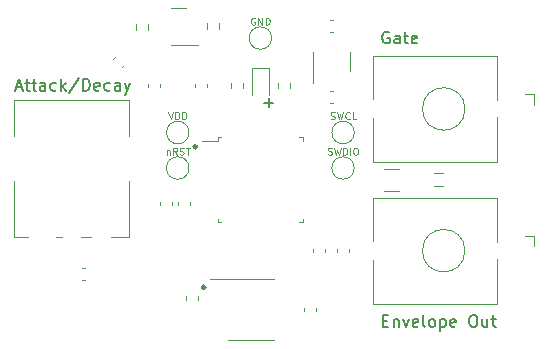
<source format=gbr>
%TF.GenerationSoftware,KiCad,Pcbnew,(6.0.8)*%
%TF.CreationDate,2022-10-28T15:06:34+02:00*%
%TF.ProjectId,eurorack_nvlp_1u,6575726f-7261-4636-9b5f-6e766c705f31,rev?*%
%TF.SameCoordinates,Original*%
%TF.FileFunction,Legend,Top*%
%TF.FilePolarity,Positive*%
%FSLAX46Y46*%
G04 Gerber Fmt 4.6, Leading zero omitted, Abs format (unit mm)*
G04 Created by KiCad (PCBNEW (6.0.8)) date 2022-10-28 15:06:34*
%MOMM*%
%LPD*%
G01*
G04 APERTURE LIST*
%ADD10C,0.300000*%
%ADD11C,0.200000*%
%ADD12C,0.100000*%
%ADD13C,0.150000*%
%ADD14C,0.120000*%
G04 APERTURE END LIST*
D10*
X45700000Y-54500000D02*
G75*
G03*
X45700000Y-54500000I-100000J0D01*
G01*
X45000000Y-42600000D02*
G75*
G03*
X45000000Y-42600000I-100000J0D01*
G01*
D11*
X60768095Y-57328571D02*
X61101428Y-57328571D01*
X61244285Y-57852380D02*
X60768095Y-57852380D01*
X60768095Y-56852380D01*
X61244285Y-56852380D01*
X61672857Y-57185714D02*
X61672857Y-57852380D01*
X61672857Y-57280952D02*
X61720476Y-57233333D01*
X61815714Y-57185714D01*
X61958571Y-57185714D01*
X62053809Y-57233333D01*
X62101428Y-57328571D01*
X62101428Y-57852380D01*
X62482380Y-57185714D02*
X62720476Y-57852380D01*
X62958571Y-57185714D01*
X63720476Y-57804761D02*
X63625238Y-57852380D01*
X63434761Y-57852380D01*
X63339523Y-57804761D01*
X63291904Y-57709523D01*
X63291904Y-57328571D01*
X63339523Y-57233333D01*
X63434761Y-57185714D01*
X63625238Y-57185714D01*
X63720476Y-57233333D01*
X63768095Y-57328571D01*
X63768095Y-57423809D01*
X63291904Y-57519047D01*
X64339523Y-57852380D02*
X64244285Y-57804761D01*
X64196666Y-57709523D01*
X64196666Y-56852380D01*
X64863333Y-57852380D02*
X64768095Y-57804761D01*
X64720476Y-57757142D01*
X64672857Y-57661904D01*
X64672857Y-57376190D01*
X64720476Y-57280952D01*
X64768095Y-57233333D01*
X64863333Y-57185714D01*
X65006190Y-57185714D01*
X65101428Y-57233333D01*
X65149047Y-57280952D01*
X65196666Y-57376190D01*
X65196666Y-57661904D01*
X65149047Y-57757142D01*
X65101428Y-57804761D01*
X65006190Y-57852380D01*
X64863333Y-57852380D01*
X65625238Y-57185714D02*
X65625238Y-58185714D01*
X65625238Y-57233333D02*
X65720476Y-57185714D01*
X65910952Y-57185714D01*
X66006190Y-57233333D01*
X66053809Y-57280952D01*
X66101428Y-57376190D01*
X66101428Y-57661904D01*
X66053809Y-57757142D01*
X66006190Y-57804761D01*
X65910952Y-57852380D01*
X65720476Y-57852380D01*
X65625238Y-57804761D01*
X66910952Y-57804761D02*
X66815714Y-57852380D01*
X66625238Y-57852380D01*
X66530000Y-57804761D01*
X66482380Y-57709523D01*
X66482380Y-57328571D01*
X66530000Y-57233333D01*
X66625238Y-57185714D01*
X66815714Y-57185714D01*
X66910952Y-57233333D01*
X66958571Y-57328571D01*
X66958571Y-57423809D01*
X66482380Y-57519047D01*
X68339523Y-56852380D02*
X68530000Y-56852380D01*
X68625238Y-56900000D01*
X68720476Y-56995238D01*
X68768095Y-57185714D01*
X68768095Y-57519047D01*
X68720476Y-57709523D01*
X68625238Y-57804761D01*
X68530000Y-57852380D01*
X68339523Y-57852380D01*
X68244285Y-57804761D01*
X68149047Y-57709523D01*
X68101428Y-57519047D01*
X68101428Y-57185714D01*
X68149047Y-56995238D01*
X68244285Y-56900000D01*
X68339523Y-56852380D01*
X69625238Y-57185714D02*
X69625238Y-57852380D01*
X69196666Y-57185714D02*
X69196666Y-57709523D01*
X69244285Y-57804761D01*
X69339523Y-57852380D01*
X69482380Y-57852380D01*
X69577619Y-57804761D01*
X69625238Y-57757142D01*
X69958571Y-57185714D02*
X70339523Y-57185714D01*
X70101428Y-56852380D02*
X70101428Y-57709523D01*
X70149047Y-57804761D01*
X70244285Y-57852380D01*
X70339523Y-57852380D01*
X29720476Y-37566666D02*
X30196666Y-37566666D01*
X29625238Y-37852380D02*
X29958571Y-36852380D01*
X30291904Y-37852380D01*
X30482380Y-37185714D02*
X30863333Y-37185714D01*
X30625238Y-36852380D02*
X30625238Y-37709523D01*
X30672857Y-37804761D01*
X30768095Y-37852380D01*
X30863333Y-37852380D01*
X31053809Y-37185714D02*
X31434761Y-37185714D01*
X31196666Y-36852380D02*
X31196666Y-37709523D01*
X31244285Y-37804761D01*
X31339523Y-37852380D01*
X31434761Y-37852380D01*
X32196666Y-37852380D02*
X32196666Y-37328571D01*
X32149047Y-37233333D01*
X32053809Y-37185714D01*
X31863333Y-37185714D01*
X31768095Y-37233333D01*
X32196666Y-37804761D02*
X32101428Y-37852380D01*
X31863333Y-37852380D01*
X31768095Y-37804761D01*
X31720476Y-37709523D01*
X31720476Y-37614285D01*
X31768095Y-37519047D01*
X31863333Y-37471428D01*
X32101428Y-37471428D01*
X32196666Y-37423809D01*
X33101428Y-37804761D02*
X33006190Y-37852380D01*
X32815714Y-37852380D01*
X32720476Y-37804761D01*
X32672857Y-37757142D01*
X32625238Y-37661904D01*
X32625238Y-37376190D01*
X32672857Y-37280952D01*
X32720476Y-37233333D01*
X32815714Y-37185714D01*
X33006190Y-37185714D01*
X33101428Y-37233333D01*
X33530000Y-37852380D02*
X33530000Y-36852380D01*
X33625238Y-37471428D02*
X33910952Y-37852380D01*
X33910952Y-37185714D02*
X33530000Y-37566666D01*
X35053809Y-36804761D02*
X34196666Y-38090476D01*
X35387142Y-37852380D02*
X35387142Y-36852380D01*
X35625238Y-36852380D01*
X35768095Y-36900000D01*
X35863333Y-36995238D01*
X35910952Y-37090476D01*
X35958571Y-37280952D01*
X35958571Y-37423809D01*
X35910952Y-37614285D01*
X35863333Y-37709523D01*
X35768095Y-37804761D01*
X35625238Y-37852380D01*
X35387142Y-37852380D01*
X36768095Y-37804761D02*
X36672857Y-37852380D01*
X36482380Y-37852380D01*
X36387142Y-37804761D01*
X36339523Y-37709523D01*
X36339523Y-37328571D01*
X36387142Y-37233333D01*
X36482380Y-37185714D01*
X36672857Y-37185714D01*
X36768095Y-37233333D01*
X36815714Y-37328571D01*
X36815714Y-37423809D01*
X36339523Y-37519047D01*
X37672857Y-37804761D02*
X37577619Y-37852380D01*
X37387142Y-37852380D01*
X37291904Y-37804761D01*
X37244285Y-37757142D01*
X37196666Y-37661904D01*
X37196666Y-37376190D01*
X37244285Y-37280952D01*
X37291904Y-37233333D01*
X37387142Y-37185714D01*
X37577619Y-37185714D01*
X37672857Y-37233333D01*
X38530000Y-37852380D02*
X38530000Y-37328571D01*
X38482380Y-37233333D01*
X38387142Y-37185714D01*
X38196666Y-37185714D01*
X38101428Y-37233333D01*
X38530000Y-37804761D02*
X38434761Y-37852380D01*
X38196666Y-37852380D01*
X38101428Y-37804761D01*
X38053809Y-37709523D01*
X38053809Y-37614285D01*
X38101428Y-37519047D01*
X38196666Y-37471428D01*
X38434761Y-37471428D01*
X38530000Y-37423809D01*
X38910952Y-37185714D02*
X39149047Y-37852380D01*
X39387142Y-37185714D02*
X39149047Y-37852380D01*
X39053809Y-38090476D01*
X39006190Y-38138095D01*
X38910952Y-38185714D01*
D12*
X42600000Y-39671428D02*
X42800000Y-40271428D01*
X43000000Y-39671428D01*
X43200000Y-40271428D02*
X43200000Y-39671428D01*
X43342857Y-39671428D01*
X43428571Y-39700000D01*
X43485714Y-39757142D01*
X43514285Y-39814285D01*
X43542857Y-39928571D01*
X43542857Y-40014285D01*
X43514285Y-40128571D01*
X43485714Y-40185714D01*
X43428571Y-40242857D01*
X43342857Y-40271428D01*
X43200000Y-40271428D01*
X43800000Y-40271428D02*
X43800000Y-39671428D01*
X43942857Y-39671428D01*
X44028571Y-39700000D01*
X44085714Y-39757142D01*
X44114285Y-39814285D01*
X44142857Y-39928571D01*
X44142857Y-40014285D01*
X44114285Y-40128571D01*
X44085714Y-40185714D01*
X44028571Y-40242857D01*
X43942857Y-40271428D01*
X43800000Y-40271428D01*
X56128571Y-43242857D02*
X56214285Y-43271428D01*
X56357142Y-43271428D01*
X56414285Y-43242857D01*
X56442857Y-43214285D01*
X56471428Y-43157142D01*
X56471428Y-43100000D01*
X56442857Y-43042857D01*
X56414285Y-43014285D01*
X56357142Y-42985714D01*
X56242857Y-42957142D01*
X56185714Y-42928571D01*
X56157142Y-42900000D01*
X56128571Y-42842857D01*
X56128571Y-42785714D01*
X56157142Y-42728571D01*
X56185714Y-42700000D01*
X56242857Y-42671428D01*
X56385714Y-42671428D01*
X56471428Y-42700000D01*
X56671428Y-42671428D02*
X56814285Y-43271428D01*
X56928571Y-42842857D01*
X57042857Y-43271428D01*
X57185714Y-42671428D01*
X57414285Y-43271428D02*
X57414285Y-42671428D01*
X57557142Y-42671428D01*
X57642857Y-42700000D01*
X57700000Y-42757142D01*
X57728571Y-42814285D01*
X57757142Y-42928571D01*
X57757142Y-43014285D01*
X57728571Y-43128571D01*
X57700000Y-43185714D01*
X57642857Y-43242857D01*
X57557142Y-43271428D01*
X57414285Y-43271428D01*
X58014285Y-43271428D02*
X58014285Y-42671428D01*
X58414285Y-42671428D02*
X58528571Y-42671428D01*
X58585714Y-42700000D01*
X58642857Y-42757142D01*
X58671428Y-42871428D01*
X58671428Y-43071428D01*
X58642857Y-43185714D01*
X58585714Y-43242857D01*
X58528571Y-43271428D01*
X58414285Y-43271428D01*
X58357142Y-43242857D01*
X58300000Y-43185714D01*
X58271428Y-43071428D01*
X58271428Y-42871428D01*
X58300000Y-42757142D01*
X58357142Y-42700000D01*
X58414285Y-42671428D01*
X49942857Y-31700000D02*
X49885714Y-31671428D01*
X49800000Y-31671428D01*
X49714285Y-31700000D01*
X49657142Y-31757142D01*
X49628571Y-31814285D01*
X49600000Y-31928571D01*
X49600000Y-32014285D01*
X49628571Y-32128571D01*
X49657142Y-32185714D01*
X49714285Y-32242857D01*
X49800000Y-32271428D01*
X49857142Y-32271428D01*
X49942857Y-32242857D01*
X49971428Y-32214285D01*
X49971428Y-32014285D01*
X49857142Y-32014285D01*
X50228571Y-32271428D02*
X50228571Y-31671428D01*
X50571428Y-32271428D01*
X50571428Y-31671428D01*
X50857142Y-32271428D02*
X50857142Y-31671428D01*
X51000000Y-31671428D01*
X51085714Y-31700000D01*
X51142857Y-31757142D01*
X51171428Y-31814285D01*
X51200000Y-31928571D01*
X51200000Y-32014285D01*
X51171428Y-32128571D01*
X51142857Y-32185714D01*
X51085714Y-32242857D01*
X51000000Y-32271428D01*
X50857142Y-32271428D01*
D11*
X61291904Y-32900000D02*
X61196666Y-32852380D01*
X61053809Y-32852380D01*
X60910952Y-32900000D01*
X60815714Y-32995238D01*
X60768095Y-33090476D01*
X60720476Y-33280952D01*
X60720476Y-33423809D01*
X60768095Y-33614285D01*
X60815714Y-33709523D01*
X60910952Y-33804761D01*
X61053809Y-33852380D01*
X61149047Y-33852380D01*
X61291904Y-33804761D01*
X61339523Y-33757142D01*
X61339523Y-33423809D01*
X61149047Y-33423809D01*
X62196666Y-33852380D02*
X62196666Y-33328571D01*
X62149047Y-33233333D01*
X62053809Y-33185714D01*
X61863333Y-33185714D01*
X61768095Y-33233333D01*
X62196666Y-33804761D02*
X62101428Y-33852380D01*
X61863333Y-33852380D01*
X61768095Y-33804761D01*
X61720476Y-33709523D01*
X61720476Y-33614285D01*
X61768095Y-33519047D01*
X61863333Y-33471428D01*
X62101428Y-33471428D01*
X62196666Y-33423809D01*
X62530000Y-33185714D02*
X62910952Y-33185714D01*
X62672857Y-32852380D02*
X62672857Y-33709523D01*
X62720476Y-33804761D01*
X62815714Y-33852380D01*
X62910952Y-33852380D01*
X63625238Y-33804761D02*
X63530000Y-33852380D01*
X63339523Y-33852380D01*
X63244285Y-33804761D01*
X63196666Y-33709523D01*
X63196666Y-33328571D01*
X63244285Y-33233333D01*
X63339523Y-33185714D01*
X63530000Y-33185714D01*
X63625238Y-33233333D01*
X63672857Y-33328571D01*
X63672857Y-33423809D01*
X63196666Y-33519047D01*
D12*
X56342857Y-40242857D02*
X56428571Y-40271428D01*
X56571428Y-40271428D01*
X56628571Y-40242857D01*
X56657142Y-40214285D01*
X56685714Y-40157142D01*
X56685714Y-40100000D01*
X56657142Y-40042857D01*
X56628571Y-40014285D01*
X56571428Y-39985714D01*
X56457142Y-39957142D01*
X56400000Y-39928571D01*
X56371428Y-39900000D01*
X56342857Y-39842857D01*
X56342857Y-39785714D01*
X56371428Y-39728571D01*
X56400000Y-39700000D01*
X56457142Y-39671428D01*
X56600000Y-39671428D01*
X56685714Y-39700000D01*
X56885714Y-39671428D02*
X57028571Y-40271428D01*
X57142857Y-39842857D01*
X57257142Y-40271428D01*
X57400000Y-39671428D01*
X57971428Y-40214285D02*
X57942857Y-40242857D01*
X57857142Y-40271428D01*
X57800000Y-40271428D01*
X57714285Y-40242857D01*
X57657142Y-40185714D01*
X57628571Y-40128571D01*
X57600000Y-40014285D01*
X57600000Y-39928571D01*
X57628571Y-39814285D01*
X57657142Y-39757142D01*
X57714285Y-39700000D01*
X57800000Y-39671428D01*
X57857142Y-39671428D01*
X57942857Y-39700000D01*
X57971428Y-39728571D01*
X58514285Y-40271428D02*
X58228571Y-40271428D01*
X58228571Y-39671428D01*
D13*
X50749047Y-38881428D02*
X51510952Y-38881428D01*
X51130000Y-39262380D02*
X51130000Y-38500476D01*
D12*
X42457142Y-42871428D02*
X42457142Y-43271428D01*
X42457142Y-42928571D02*
X42485714Y-42900000D01*
X42542857Y-42871428D01*
X42628571Y-42871428D01*
X42685714Y-42900000D01*
X42714285Y-42957142D01*
X42714285Y-43271428D01*
X43342857Y-43271428D02*
X43142857Y-42985714D01*
X43000000Y-43271428D02*
X43000000Y-42671428D01*
X43228571Y-42671428D01*
X43285714Y-42700000D01*
X43314285Y-42728571D01*
X43342857Y-42785714D01*
X43342857Y-42871428D01*
X43314285Y-42928571D01*
X43285714Y-42957142D01*
X43228571Y-42985714D01*
X43000000Y-42985714D01*
X43571428Y-43242857D02*
X43657142Y-43271428D01*
X43800000Y-43271428D01*
X43857142Y-43242857D01*
X43885714Y-43214285D01*
X43914285Y-43157142D01*
X43914285Y-43100000D01*
X43885714Y-43042857D01*
X43857142Y-43014285D01*
X43800000Y-42985714D01*
X43685714Y-42957142D01*
X43628571Y-42928571D01*
X43600000Y-42900000D01*
X43571428Y-42842857D01*
X43571428Y-42785714D01*
X43600000Y-42728571D01*
X43628571Y-42700000D01*
X43685714Y-42671428D01*
X43828571Y-42671428D01*
X43914285Y-42700000D01*
X44085714Y-42671428D02*
X44428571Y-42671428D01*
X44257142Y-43271428D02*
X44257142Y-42671428D01*
D14*
%TO.C,F101*%
X62102064Y-46310000D02*
X60897936Y-46310000D01*
X62102064Y-44490000D02*
X60897936Y-44490000D01*
%TO.C,FB101*%
X65899622Y-44840000D02*
X65100378Y-44840000D01*
X65899622Y-45960000D02*
X65100378Y-45960000D01*
%TO.C,C105*%
X40890000Y-37540580D02*
X40890000Y-37259420D01*
X41910000Y-37540580D02*
X41910000Y-37259420D01*
%TO.C,C104*%
X57910000Y-51259420D02*
X57910000Y-51540580D01*
X56890000Y-51259420D02*
X56890000Y-51540580D01*
%TO.C,J101*%
X59920000Y-43900000D02*
X59920000Y-40200000D01*
X70420000Y-34900000D02*
X59920000Y-34900000D01*
X70420000Y-43900000D02*
X70420000Y-40120000D01*
X73570000Y-38170000D02*
X73570000Y-39030000D01*
X73570000Y-38170000D02*
X72770000Y-38170000D01*
X70420000Y-43900000D02*
X59920000Y-43900000D01*
X59920000Y-38600000D02*
X59920000Y-34900000D01*
X70420000Y-38680000D02*
X70420000Y-34900000D01*
X67720000Y-39400000D02*
G75*
G03*
X67720000Y-39400000I-1800000J0D01*
G01*
%TO.C,TP103*%
X51350000Y-33400000D02*
G75*
G03*
X51350000Y-33400000I-950000J0D01*
G01*
%TO.C,J102*%
X73570000Y-50170000D02*
X72770000Y-50170000D01*
X73570000Y-50170000D02*
X73570000Y-51030000D01*
X70420000Y-55900000D02*
X70420000Y-52120000D01*
X70420000Y-46900000D02*
X59920000Y-46900000D01*
X70420000Y-55900000D02*
X59920000Y-55900000D01*
X59920000Y-50600000D02*
X59920000Y-46900000D01*
X59920000Y-55900000D02*
X59920000Y-52200000D01*
X70420000Y-50680000D02*
X70420000Y-46900000D01*
X67720000Y-51400000D02*
G75*
G03*
X67720000Y-51400000I-1800000J0D01*
G01*
%TO.C,L101*%
X38154478Y-34924273D02*
X37924273Y-35154478D01*
X38875727Y-35645522D02*
X38645522Y-35875727D01*
%TO.C,C109*%
X35259420Y-52890000D02*
X35540580Y-52890000D01*
X35259420Y-53910000D02*
X35540580Y-53910000D01*
%TO.C,TP102*%
X58350000Y-41400000D02*
G75*
G03*
X58350000Y-41400000I-950000J0D01*
G01*
%TO.C,C111*%
X54090000Y-56540580D02*
X54090000Y-56259420D01*
X55110000Y-56540580D02*
X55110000Y-56259420D01*
%TO.C,C102*%
X41890000Y-47259420D02*
X41890000Y-47540580D01*
X42910000Y-47259420D02*
X42910000Y-47540580D01*
%TO.C,C106*%
X55910000Y-51259420D02*
X55910000Y-51540580D01*
X54890000Y-51259420D02*
X54890000Y-51540580D01*
%TO.C,TP101*%
X44350000Y-41400000D02*
G75*
G03*
X44350000Y-41400000I-950000J0D01*
G01*
%TO.C,Q101*%
X43462500Y-30890000D02*
X42812500Y-30890000D01*
X43462500Y-34010000D02*
X45137500Y-34010000D01*
X43462500Y-34010000D02*
X42812500Y-34010000D01*
X43462500Y-30890000D02*
X44112500Y-30890000D01*
%TO.C,TP105*%
X44350000Y-44400000D02*
G75*
G03*
X44350000Y-44400000I-950000J0D01*
G01*
%TO.C,R103*%
X46922500Y-32162742D02*
X46922500Y-32637258D01*
X45877500Y-32162742D02*
X45877500Y-32637258D01*
%TO.C,C107*%
X44890000Y-37540580D02*
X44890000Y-37259420D01*
X45910000Y-37540580D02*
X45910000Y-37259420D01*
%TO.C,C110*%
X44090000Y-55259420D02*
X44090000Y-55540580D01*
X45110000Y-55259420D02*
X45110000Y-55540580D01*
%TO.C,C103*%
X56259420Y-38910000D02*
X56540580Y-38910000D01*
X56259420Y-37890000D02*
X56540580Y-37890000D01*
%TO.C,U101*%
X46790000Y-49010000D02*
X46790000Y-48710000D01*
X53710000Y-41790000D02*
X54010000Y-41790000D01*
X47090000Y-41790000D02*
X46790000Y-41790000D01*
X46790000Y-42090000D02*
X45475000Y-42090000D01*
X54010000Y-49010000D02*
X54010000Y-48710000D01*
X47090000Y-49010000D02*
X46790000Y-49010000D01*
X53710000Y-49010000D02*
X54010000Y-49010000D01*
X54010000Y-41790000D02*
X54010000Y-42090000D01*
X46790000Y-41790000D02*
X46790000Y-42090000D01*
%TO.C,C108*%
X56259420Y-31890000D02*
X56540580Y-31890000D01*
X56259420Y-32910000D02*
X56540580Y-32910000D01*
%TO.C,C101*%
X44410000Y-47259420D02*
X44410000Y-47540580D01*
X43390000Y-47259420D02*
X43390000Y-47540580D01*
%TO.C,RV101*%
X39270000Y-38655000D02*
X29530000Y-38655000D01*
X36060000Y-50245000D02*
X35230000Y-50245000D01*
X39270000Y-41715000D02*
X39270000Y-38655000D01*
X30710000Y-50245000D02*
X29530000Y-50245000D01*
X29520000Y-50245000D02*
X29520000Y-45525000D01*
X29530000Y-41715000D02*
X29530000Y-38655000D01*
X39270000Y-50245000D02*
X37780000Y-50245000D01*
X39270000Y-50245000D02*
X39270000Y-45525000D01*
X33610000Y-50245000D02*
X33080000Y-50245000D01*
%TO.C,U103*%
X57960000Y-35400000D02*
X57960000Y-34600000D01*
X54840000Y-35400000D02*
X54840000Y-37200000D01*
X57960000Y-35400000D02*
X57960000Y-36200000D01*
X54840000Y-35400000D02*
X54840000Y-34600000D01*
%TO.C,TP104*%
X58350000Y-44400000D02*
G75*
G03*
X58350000Y-44400000I-950000J0D01*
G01*
%TO.C,R104*%
X40922500Y-32687258D02*
X40922500Y-32212742D01*
X39877500Y-32687258D02*
X39877500Y-32212742D01*
%TO.C,R101*%
X48922500Y-37637258D02*
X48922500Y-37162742D01*
X47877500Y-37637258D02*
X47877500Y-37162742D01*
%TO.C,D101*%
X51135000Y-35915000D02*
X49665000Y-35915000D01*
X51135000Y-38200000D02*
X51135000Y-35915000D01*
X49665000Y-35915000D02*
X49665000Y-38200000D01*
%TO.C,U102*%
X49600000Y-58960000D02*
X51550000Y-58960000D01*
X49600000Y-53840000D02*
X51550000Y-53840000D01*
X49600000Y-58960000D02*
X47650000Y-58960000D01*
X49600000Y-53840000D02*
X46150000Y-53840000D01*
%TO.C,R102*%
X51877500Y-37162742D02*
X51877500Y-37637258D01*
X52922500Y-37162742D02*
X52922500Y-37637258D01*
%TD*%
M02*

</source>
